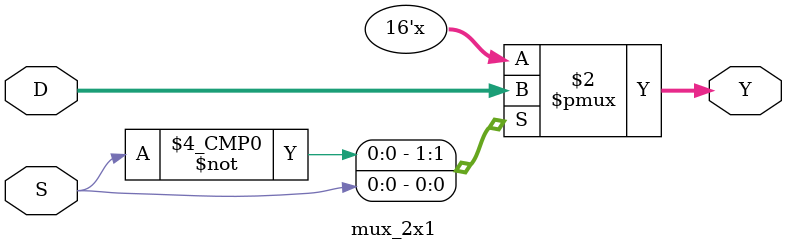
<source format=v>
`timescale 1ns / 1ps
module mux_2x1( D, S, Y );
	input 	  [31:0] D;
	input  			   S; //select
	output reg [15:0] Y; //output
	
	always @ ( * ) 
		case( S )
			1'b0   : Y = D[31:16]; //S
			1'b1   : Y = D[15: 0]; //DS
			default: Y = 16'b0;    //default to 0
		endcase
	
endmodule

</source>
